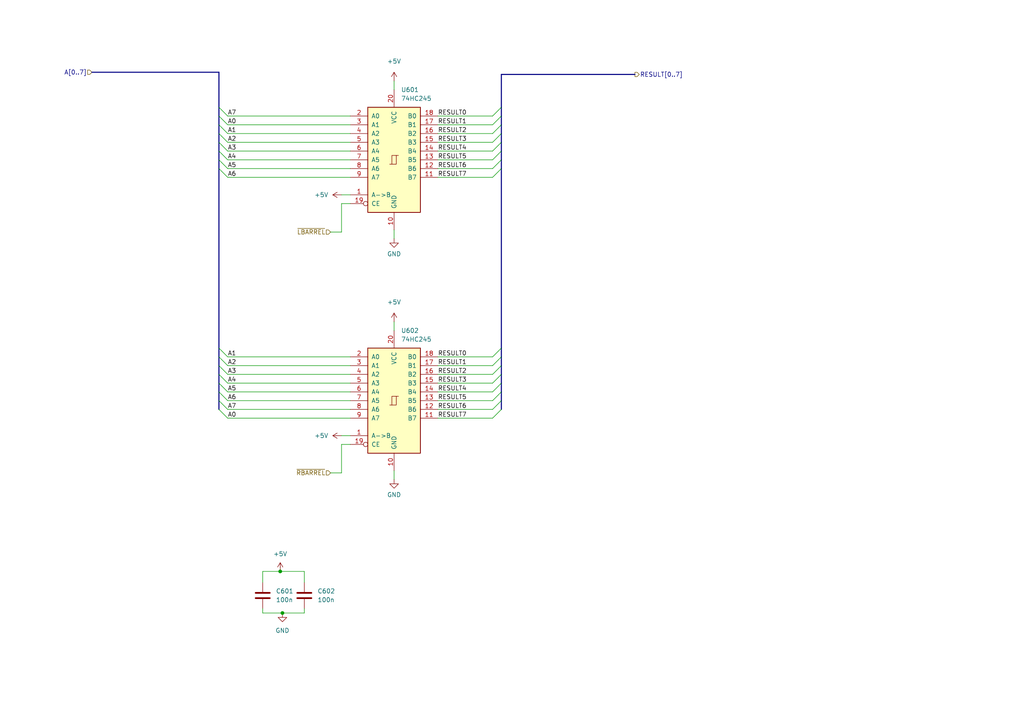
<source format=kicad_sch>
(kicad_sch (version 20211123) (generator eeschema)
  (paper "A4")
  (lib_symbols
    (symbol "74xx:74HC245" (pin_names (offset 1.016))
      (property "Reference" "U" (at -7.62 16.51 0))
      (property "Value" "74HC245" (at -7.62 -16.51 0))
      (symbol "74HC245_1_0"
        (polyline (pts (xy -0.635 -1.27) (xy -0.635 1.27) (xy 0.635 1.27)))
        (polyline (pts (xy -1.27 -1.27) (xy 0.635 -1.27) (xy 0.635 1.27) (xy 1.27 1.27)))
        (pin input line (at -12.7 -10.16 0) (length 5.08) (name "A->B") (number "1"))
        (pin power_in line (at 0 -20.32 90) (length 5.08) (name "GND") (number "10"))
        (pin tri_state line (at 12.7 -5.08 180) (length 5.08) (name "B7") (number "11"))
        (pin tri_state line (at 12.7 -2.54 180) (length 5.08) (name "B6") (number "12"))
        (pin tri_state line (at 12.7 0 180) (length 5.08) (name "B5") (number "13"))
        (pin tri_state line (at 12.7 2.54 180) (length 5.08) (name "B4") (number "14"))
        (pin tri_state line (at 12.7 5.08 180) (length 5.08) (name "B3") (number "15"))
        (pin tri_state line (at 12.7 7.62 180) (length 5.08) (name "B2") (number "16"))
        (pin tri_state line (at 12.7 10.16 180) (length 5.08) (name "B1") (number "17"))
        (pin tri_state line (at 12.7 12.7 180) (length 5.08) (name "B0") (number "18"))
        (pin input inverted (at -12.7 -12.7 0) (length 5.08) (name "CE") (number "19"))
        (pin tri_state line (at -12.7 12.7 0) (length 5.08) (name "A0") (number "2"))
        (pin power_in line (at 0 20.32 270) (length 5.08) (name "VCC") (number "20"))
        (pin tri_state line (at -12.7 10.16 0) (length 5.08) (name "A1") (number "3"))
        (pin tri_state line (at -12.7 7.62 0) (length 5.08) (name "A2") (number "4"))
        (pin tri_state line (at -12.7 5.08 0) (length 5.08) (name "A3") (number "5"))
        (pin tri_state line (at -12.7 2.54 0) (length 5.08) (name "A4") (number "6"))
        (pin tri_state line (at -12.7 0 0) (length 5.08) (name "A5") (number "7"))
        (pin tri_state line (at -12.7 -2.54 0) (length 5.08) (name "A6") (number "8"))
        (pin tri_state line (at -12.7 -5.08 0) (length 5.08) (name "A7") (number "9"))
      )
      (symbol "74HC245_1_1"
        (rectangle (start -7.62 15.24) (end 7.62 -15.24) (stroke (width 0.254)) (fill (type background)))
      )
    )
    (symbol "Device:C" (pin_numbers hide) (pin_names (offset 0.254))
      (property "Reference" "C" (at 0.635 2.54 0))
      (property "Value" "C" (at 0.635 -2.54 0))
      (symbol "C_0_1"
        (polyline (pts (xy -2.032 -0.762) (xy 2.032 -0.762)) (stroke (width 0.508)))
        (polyline (pts (xy -2.032 0.762) (xy 2.032 0.762)) (stroke (width 0.508)))
      )
      (symbol "C_1_1"
        (pin passive line (at 0 3.81 270) (length 2.794) (name "~") (number "1"))
        (pin passive line (at 0 -3.81 90) (length 2.794) (name "~") (number "2"))
      )
    )
    (symbol "power:+5V" (power) (pin_names (offset 0))
      (property "Value" "+5V" (at 0 3.556 0))
      (symbol "+5V_0_1"
        (polyline (pts (xy -0.762 1.27) (xy 0 2.54)))
        (polyline (pts (xy 0 0) (xy 0 2.54)))
        (polyline (pts (xy 0 2.54) (xy 0.762 1.27)))
      )
      (symbol "+5V_1_1"
        (pin power_in line (at 0 0 90) (length 0) hide (name "+5V") (number "1"))
      )
    )
    (symbol "power:GND" (power) (pin_names (offset 0))
      (property "Value" "GND" (at 0 -3.81 0))
      (symbol "GND_0_1"
        (polyline (pts (xy 0 0) (xy 0 -1.27) (xy 1.27 -1.27) (xy 0 -2.54) (xy -1.27 -1.27) (xy 0 -1.27)))
      )
      (symbol "GND_1_1"
        (pin power_in line (at 0 0 270) (length 0) hide (name "GND") (number "1"))
      )
    )
  )
  (junction (at 81.915 177.8))
  (junction (at 81.28 165.735))
  (bus_entry (at 142.875 121.285) (size 2.54 -2.54))
  (bus_entry (at 142.875 36.195) (size 2.54 -2.54))
  (bus_entry (at 63.5 106.045) (size 2.54 2.54))
  (bus_entry (at 63.5 48.895) (size 2.54 2.54))
  (bus_entry (at 63.5 31.115) (size 2.54 2.54))
  (bus_entry (at 142.875 41.275) (size 2.54 -2.54))
  (bus_entry (at 142.875 38.735) (size 2.54 -2.54))
  (bus_entry (at 142.875 108.585) (size 2.54 -2.54))
  (bus_entry (at 142.875 43.815) (size 2.54 -2.54))
  (bus_entry (at 142.875 48.895) (size 2.54 -2.54))
  (bus_entry (at 142.875 113.665) (size 2.54 -2.54))
  (bus_entry (at 63.5 103.505) (size 2.54 2.54))
  (bus_entry (at 63.5 116.205) (size 2.54 2.54))
  (bus_entry (at 142.875 33.655) (size 2.54 -2.54))
  (bus_entry (at 142.875 103.505) (size 2.54 -2.54))
  (bus_entry (at 63.5 100.965) (size 2.54 2.54))
  (bus_entry (at 142.875 111.125) (size 2.54 -2.54))
  (bus_entry (at 63.5 118.745) (size 2.54 2.54))
  (bus_entry (at 142.875 116.205) (size 2.54 -2.54))
  (bus_entry (at 63.5 43.815) (size 2.54 2.54))
  (bus_entry (at 63.5 113.665) (size 2.54 2.54))
  (bus_entry (at 63.5 33.655) (size 2.54 2.54))
  (bus_entry (at 142.875 106.045) (size 2.54 -2.54))
  (bus_entry (at 63.5 38.735) (size 2.54 2.54))
  (bus_entry (at 63.5 41.275) (size 2.54 2.54))
  (bus_entry (at 142.875 51.435) (size 2.54 -2.54))
  (bus_entry (at 63.5 108.585) (size 2.54 2.54))
  (bus_entry (at 63.5 46.355) (size 2.54 2.54))
  (bus_entry (at 63.5 36.195) (size 2.54 2.54))
  (bus_entry (at 142.875 118.745) (size 2.54 -2.54))
  (bus_entry (at 63.5 111.125) (size 2.54 2.54))
  (bus_entry (at 142.875 46.355) (size 2.54 -2.54))
  (wire (pts (xy 127 121.285) (xy 142.875 121.285)))
  (bus (pts (xy 63.5 43.815) (xy 63.5 46.355)))
  (wire (pts (xy 127 111.125) (xy 142.875 111.125)))
  (bus (pts (xy 145.415 100.965) (xy 145.415 48.895)))
  (wire (pts (xy 127 38.735) (xy 142.875 38.735)))
  (bus (pts (xy 63.5 31.115) (xy 63.5 33.655)))
  (wire (pts (xy 66.04 38.735) (xy 101.6 38.735)))
  (bus (pts (xy 145.415 21.59) (xy 184.15 21.59)))
  (bus (pts (xy 63.5 36.195) (xy 63.5 38.735)))
  (wire (pts (xy 66.04 33.655) (xy 101.6 33.655)))
  (wire (pts (xy 66.04 103.505) (xy 101.6 103.505)))
  (wire (pts (xy 66.04 111.125) (xy 101.6 111.125)))
  (wire (pts (xy 66.04 43.815) (xy 101.6 43.815)))
  (wire (pts (xy 127 108.585) (xy 142.875 108.585)))
  (bus (pts (xy 145.415 106.045) (xy 145.415 103.505)))
  (wire (pts (xy 114.3 23.495) (xy 114.3 26.035)))
  (wire (pts (xy 76.2 165.735) (xy 81.28 165.735)))
  (bus (pts (xy 145.415 41.275) (xy 145.415 38.735)))
  (wire (pts (xy 66.04 48.895) (xy 101.6 48.895)))
  (wire (pts (xy 66.04 41.275) (xy 101.6 41.275)))
  (wire (pts (xy 127 36.195) (xy 142.875 36.195)))
  (wire (pts (xy 95.885 67.31) (xy 99.06 67.31)))
  (bus (pts (xy 145.415 48.895) (xy 145.415 46.355)))
  (wire (pts (xy 127 33.655) (xy 142.875 33.655)))
  (wire (pts (xy 66.04 118.745) (xy 101.6 118.745)))
  (wire (pts (xy 76.2 177.8) (xy 81.915 177.8)))
  (bus (pts (xy 145.415 108.585) (xy 145.415 106.045)))
  (wire (pts (xy 99.06 137.16) (xy 99.06 128.905)))
  (wire (pts (xy 66.04 51.435) (xy 101.6 51.435)))
  (wire (pts (xy 66.04 113.665) (xy 101.6 113.665)))
  (bus (pts (xy 63.5 100.965) (xy 63.5 103.505)))
  (wire (pts (xy 99.06 56.515) (xy 101.6 56.515)))
  (wire (pts (xy 66.04 121.285) (xy 101.6 121.285)))
  (wire (pts (xy 66.04 36.195) (xy 101.6 36.195)))
  (bus (pts (xy 63.5 116.205) (xy 63.5 118.745)))
  (wire (pts (xy 99.06 128.905) (xy 101.6 128.905)))
  (wire (pts (xy 76.2 176.53) (xy 76.2 177.8)))
  (bus (pts (xy 63.5 108.585) (xy 63.5 111.125)))
  (bus (pts (xy 63.5 111.125) (xy 63.5 113.665)))
  (bus (pts (xy 145.415 43.815) (xy 145.415 41.275)))
  (wire (pts (xy 81.915 177.8) (xy 88.265 177.8)))
  (wire (pts (xy 99.06 67.31) (xy 99.06 59.055)))
  (bus (pts (xy 26.67 20.955) (xy 63.5 20.955)))
  (wire (pts (xy 114.3 66.675) (xy 114.3 69.215)))
  (bus (pts (xy 63.5 38.735) (xy 63.5 41.275)))
  (bus (pts (xy 145.415 118.745) (xy 145.415 116.205)))
  (bus (pts (xy 145.415 103.505) (xy 145.415 100.965)))
  (wire (pts (xy 99.06 59.055) (xy 101.6 59.055)))
  (wire (pts (xy 88.265 176.53) (xy 88.265 177.8)))
  (wire (pts (xy 114.3 136.525) (xy 114.3 139.065)))
  (wire (pts (xy 127 103.505) (xy 142.875 103.505)))
  (wire (pts (xy 66.04 106.045) (xy 101.6 106.045)))
  (bus (pts (xy 63.5 113.665) (xy 63.5 116.205)))
  (wire (pts (xy 66.04 108.585) (xy 101.6 108.585)))
  (wire (pts (xy 127 43.815) (xy 142.875 43.815)))
  (wire (pts (xy 66.04 116.205) (xy 101.6 116.205)))
  (wire (pts (xy 127 46.355) (xy 142.875 46.355)))
  (bus (pts (xy 63.5 106.045) (xy 63.5 108.585)))
  (wire (pts (xy 76.2 168.91) (xy 76.2 165.735)))
  (bus (pts (xy 145.415 33.655) (xy 145.415 31.115)))
  (bus (pts (xy 63.5 103.505) (xy 63.5 106.045)))
  (wire (pts (xy 81.28 165.735) (xy 88.265 165.735)))
  (wire (pts (xy 127 118.745) (xy 142.875 118.745)))
  (bus (pts (xy 145.415 38.735) (xy 145.415 36.195)))
  (wire (pts (xy 114.3 93.345) (xy 114.3 95.885)))
  (bus (pts (xy 145.415 116.205) (xy 145.415 113.665)))
  (wire (pts (xy 66.04 46.355) (xy 101.6 46.355)))
  (wire (pts (xy 127 51.435) (xy 142.875 51.435)))
  (bus (pts (xy 63.5 48.895) (xy 63.5 100.965)))
  (bus (pts (xy 145.415 113.665) (xy 145.415 111.125)))
  (bus (pts (xy 145.415 111.125) (xy 145.415 108.585)))
  (wire (pts (xy 127 106.045) (xy 142.875 106.045)))
  (wire (pts (xy 95.885 137.16) (xy 99.06 137.16)))
  (bus (pts (xy 63.5 41.275) (xy 63.5 43.815)))
  (wire (pts (xy 127 41.275) (xy 142.875 41.275)))
  (wire (pts (xy 99.06 126.365) (xy 101.6 126.365)))
  (wire (pts (xy 88.265 165.735) (xy 88.265 168.91)))
  (bus (pts (xy 63.5 33.655) (xy 63.5 36.195)))
  (bus (pts (xy 63.5 46.355) (xy 63.5 48.895)))
  (bus (pts (xy 145.415 36.195) (xy 145.415 33.655)))
  (bus (pts (xy 63.5 20.955) (xy 63.5 31.115)))
  (wire (pts (xy 127 48.895) (xy 142.875 48.895)))
  (bus (pts (xy 145.415 46.355) (xy 145.415 43.815)))
  (bus (pts (xy 145.415 31.115) (xy 145.415 21.59)))
  (wire (pts (xy 127 116.205) (xy 142.875 116.205)))
  (wire (pts (xy 127 113.665) (xy 142.875 113.665)))
  (label "RESULT3" (at 127 111.125 0))
  (label "RESULT1" (at 127 36.195 0))
  (label "RESULT6" (at 127 48.895 0))
  (label "RESULT7" (at 127 51.435 0))
  (label "A7" (at 66.04 33.655 0))
  (label "A5" (at 66.04 113.665 0))
  (label "RESULT5" (at 127 46.355 0))
  (label "A0" (at 66.04 36.195 0))
  (label "RESULT2" (at 127 108.585 0))
  (label "RESULT4" (at 127 43.815 0))
  (label "RESULT6" (at 127 118.745 0))
  (label "A4" (at 66.04 46.355 0))
  (label "RESULT0" (at 127 103.505 0))
  (label "RESULT7" (at 127 121.285 0))
  (label "A1" (at 66.04 103.505 0))
  (label "A7" (at 66.04 118.745 0))
  (label "RESULT2" (at 127 38.735 0))
  (label "A4" (at 66.04 111.125 0))
  (label "RESULT3" (at 127 41.275 0))
  (label "A6" (at 66.04 51.435 0))
  (label "A6" (at 66.04 116.205 0))
  (label "A1" (at 66.04 38.735 0))
  (label "A0" (at 66.04 121.285 0))
  (label "A3" (at 66.04 43.815 0))
  (label "RESULT1" (at 127 106.045 0))
  (label "A2" (at 66.04 106.045 0))
  (label "A3" (at 66.04 108.585 0))
  (label "RESULT5" (at 127 116.205 0))
  (label "RESULT4" (at 127 113.665 0))
  (label "RESULT0" (at 127 33.655 0))
  (label "A5" (at 66.04 48.895 0))
  (label "A2" (at 66.04 41.275 0))
  (hierarchical_label "A[0..7]" (shape input) (at 26.67 20.955 180))
  (hierarchical_label "RESULT[0..7]" (shape output) (at 184.15 21.59 0))
  (hierarchical_label "~{LBARREL}" (shape input) (at 95.885 67.31 180))
  (hierarchical_label "~{RBARREL}" (shape input) (at 95.885 137.16 180))
  (symbol (lib_id "power:GND") (at 114.3 69.215 0) (unit 1)
    (property "Reference" "#PWR0606" (effects hide))
    (property "Value" "GND" (at 114.3 73.66 0))
  )
  (symbol (lib_id "power:GND") (at 81.915 177.8 0) (unit 1)
    (property "Reference" "#PWR0602" (effects hide))
    (property "Value" "GND" (at 81.915 182.88 0))
  )
  (symbol (lib_id "Device:C") (at 76.2 172.72 0) (unit 1)
    (property "Reference" "C601" (at 80.01 171.4499 0) (effects (justify left)))
    (property "Value" "100n" (at 80.01 173.9899 0) (effects (justify left)))
    (property "Footprint" "Capacitor_SMD:C_0603_1608Metric" (effects hide))
    (property "Datasheet" "https://datasheet.lcsc.com/lcsc/1809301912_YAGEO-CC0603KRX7R9BB104_C14663.pdf" (effects hide))
    (property "LCSC" "C14663" (effects hide))
  )
  (symbol (lib_id "power:+5V") (at 99.06 126.365 90) (unit 1)
    (property "Reference" "#PWR0604" (effects hide))
    (property "Value" "+5V" (at 95.25 126.3649 90) (effects (justify left)))
  )
  (symbol (lib_id "power:+5V") (at 81.28 165.735 0) (unit 1)
    (property "Reference" "#PWR0601" (effects hide))
    (property "Value" "+5V" (at 81.28 160.655 0))
  )
  (symbol (lib_id "power:+5V") (at 114.3 23.495 0) (unit 1)
    (property "Reference" "#PWR0605" (effects hide))
    (property "Value" "+5V" (at 114.3 17.78 0))
  )
  (symbol (lib_id "74xx:74HC245") (at 114.3 46.355 0) (unit 1)
    (property "Reference" "U601" (at 116.3194 26.035 0) (effects (justify left)))
    (property "Value" "74HC245" (at 116.3194 28.575 0) (effects (justify left)))
    (property "Footprint" "Package_SO:SOIC-20W_7.5x12.8mm_P1.27mm" (effects hide))
    (property "Datasheet" "http://www.ti.com/lit/gpn/sn74HC245" (effects hide))
    (property "LCSC" "C5625" (effects hide))
  )
  (symbol (lib_id "Device:C") (at 88.265 172.72 0) (unit 1)
    (property "Reference" "C602" (at 92.075 171.4499 0) (effects (justify left)))
    (property "Value" "100n" (at 92.075 173.9899 0) (effects (justify left)))
    (property "Footprint" "Capacitor_SMD:C_0603_1608Metric" (effects hide))
    (property "Datasheet" "https://datasheet.lcsc.com/lcsc/1809301912_YAGEO-CC0603KRX7R9BB104_C14663.pdf" (effects hide))
    (property "LCSC" "C14663" (effects hide))
  )
  (symbol (lib_id "power:+5V") (at 114.3 93.345 0) (unit 1)
    (property "Reference" "#PWR0607" (effects hide))
    (property "Value" "+5V" (at 114.3 87.63 0))
  )
  (symbol (lib_id "power:GND") (at 114.3 139.065 0) (unit 1)
    (property "Reference" "#PWR0608" (effects hide))
    (property "Value" "GND" (at 114.3 143.51 0))
  )
  (symbol (lib_id "power:+5V") (at 99.06 56.515 90) (unit 1)
    (property "Reference" "#PWR0603" (effects hide))
    (property "Value" "+5V" (at 95.25 56.5149 90) (effects (justify left)))
  )
  (symbol (lib_id "74xx:74HC245") (at 114.3 116.205 0) (unit 1)
    (property "Reference" "U602" (at 116.3194 95.885 0) (effects (justify left)))
    (property "Value" "74HC245" (at 116.3194 98.425 0) (effects (justify left)))
    (property "Footprint" "Package_SO:SOIC-20W_7.5x12.8mm_P1.27mm" (effects hide))
    (property "Datasheet" "http://www.ti.com/lit/gpn/sn74HC245" (effects hide))
    (property "LCSC" "C5625" (effects hide))
  )
)
</source>
